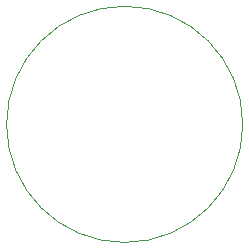
<source format=gko>
G04 Layer_Color=16711935*
%FSLAX25Y25*%
%MOIN*%
G70*
G01*
G75*
%ADD19C,0.00394*%
D19*
X40867Y2069D02*
G03*
X40867Y2069I-39370J0D01*
G01*
M02*

</source>
